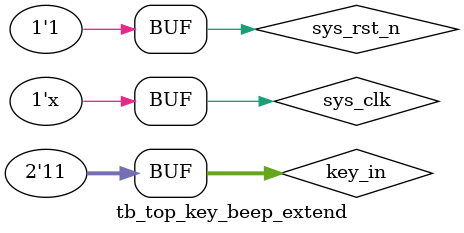
<source format=v>
`timescale 1ns/1ns

module tb_top_key_beep_extend();

reg sys_clk;
reg sys_rst_n;
reg [1:0] key_in;
wire beep;
parameter CNT_MAX = 20'd100;


initial begin
    sys_clk <= 1'b0;
    sys_rst_n <= 1'b0;
    key_in <= 2'b11;
    #200
    sys_rst_n <= 1'b1;
    #300
    key_in[1] <= 2'b0;
    #50
    key_in[0] <= 2'b0;
    #500
    key_in[1] <= 2'b1;
    key_in[0] <= 2'b1;
    #300
    key_in[1] <= 2'b0;
    key_in[0] <= 2'b0;
    #3000
    key_in[1] <= 2'b1;
    key_in[0] <= 2'b1;
    #200
    key_in[1] <= 2'b0;
    key_in[0] <= 2'b0;
    #500
    key_in[1] <= 2'b1;
    key_in[0] <= 2'b1;
end

always #10 sys_clk <= ~sys_clk;


top_key_beep_extend #(
    .CNT_MAX    (CNT_MAX)
    )
u_top_key_beep_extend(
    .sys_clk    (sys_clk),
    .sys_rst_n  (sys_rst_n),
    .key_in     (key_in),
    .beep       (beep)
    ); 


endmodule
</source>
